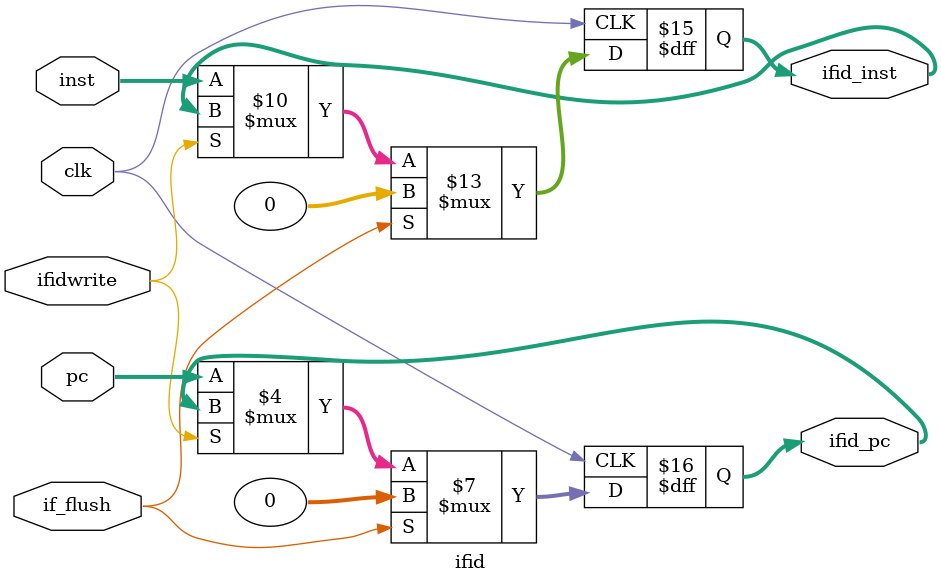
<source format=sv>
`timescale 1ns/1ns

module ifid(
  input clk,
  input ifidwrite,
  input if_flush,//will be controlled by branching logic
  input[31:0] pc,
  input[31:0] inst,
  output reg [31:0] ifid_inst,
  output reg[31:0] ifid_pc
);
  always@(posedge clk)
    begin
      if(if_flush)
        begin
          ifid_inst<='0;
          ifid_pc<='0;
        end
      else if(ifidwrite)
        begin
          ifid_pc<=ifid_pc;
      	  ifid_inst<=ifid_inst;
        end
      else
        begin
          ifid_pc<=pc;
          ifid_inst<=inst;
        end
    end
  
  initial
    begin
      ifid_inst<='0;
      ifid_pc<='0;
    end
endmodule
</source>
